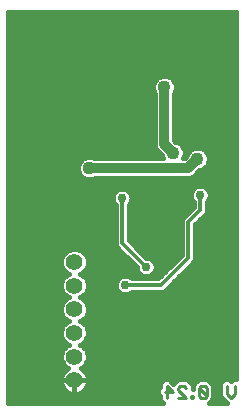
<source format=gbl>
G75*
G70*
%OFA0B0*%
%FSLAX24Y24*%
%IPPOS*%
%LPD*%
%AMOC8*
5,1,8,0,0,1.08239X$1,22.5*
%
%ADD10C,0.0100*%
%ADD11C,0.0555*%
%ADD12C,0.0160*%
%ADD13C,0.0300*%
%ADD14C,0.0120*%
%ADD15C,0.0436*%
%ADD16C,0.0320*%
D10*
X005391Y000730D02*
X005658Y000730D01*
X005458Y000930D01*
X005458Y000530D01*
X005852Y000530D02*
X006119Y000530D01*
X005852Y000797D01*
X005852Y000864D01*
X005918Y000930D01*
X006052Y000930D01*
X006119Y000864D01*
X006282Y000597D02*
X006282Y000530D01*
X006349Y000530D01*
X006349Y000597D01*
X006282Y000597D01*
X006542Y000597D02*
X006609Y000530D01*
X006742Y000530D01*
X006809Y000597D01*
X006542Y000864D01*
X006542Y000597D01*
X006542Y000864D02*
X006609Y000930D01*
X006742Y000930D01*
X006809Y000864D01*
X006809Y000597D01*
X007463Y000663D02*
X007463Y000930D01*
X007463Y000663D02*
X007597Y000530D01*
X007730Y000663D01*
X007730Y000930D01*
D11*
X002389Y001111D03*
X002389Y001899D03*
X002389Y002686D03*
X002389Y003474D03*
X002389Y004261D03*
X002389Y005049D03*
D12*
X000180Y000360D02*
X000180Y013396D01*
X007770Y013396D01*
X007770Y001140D01*
X007643Y001140D01*
X007597Y001094D01*
X007550Y001140D01*
X007376Y001140D01*
X007253Y001017D01*
X007253Y000576D01*
X007376Y000453D01*
X007470Y000360D01*
X006869Y000360D01*
X006896Y000387D01*
X007019Y000510D01*
X007019Y000684D01*
X007019Y000777D01*
X007019Y000951D01*
X006952Y001017D01*
X006829Y001140D01*
X006522Y001140D01*
X006455Y001074D01*
X006332Y000951D01*
X006332Y000807D01*
X006329Y000807D01*
X006329Y000951D01*
X006139Y001140D01*
X005831Y001140D01*
X005708Y001017D01*
X005688Y000997D01*
X005545Y001140D01*
X005371Y001140D01*
X005248Y001017D01*
X005248Y000884D01*
X005181Y000817D01*
X005181Y000643D01*
X005248Y000576D01*
X005248Y000443D01*
X005331Y000360D01*
X000180Y000360D01*
X000180Y000447D02*
X005248Y000447D01*
X005220Y000605D02*
X000180Y000605D01*
X000180Y000764D02*
X002090Y000764D01*
X002091Y000763D02*
X002149Y000720D01*
X002213Y000688D01*
X002282Y000665D01*
X002353Y000654D01*
X002389Y000654D01*
X002425Y000654D01*
X002496Y000665D01*
X002564Y000688D01*
X002628Y000720D01*
X002687Y000763D01*
X002738Y000813D01*
X002780Y000872D01*
X002813Y000936D01*
X002835Y001004D01*
X002846Y001075D01*
X002846Y001111D01*
X002389Y001111D01*
X002389Y000654D01*
X002389Y001111D01*
X002389Y001111D01*
X002389Y001112D01*
X002846Y001112D01*
X002846Y001148D01*
X002835Y001219D01*
X002813Y001287D01*
X002780Y001351D01*
X002738Y001410D01*
X002687Y001460D01*
X002628Y001503D01*
X002605Y001515D01*
X002636Y001528D01*
X002760Y001651D01*
X002826Y001812D01*
X002826Y001986D01*
X002760Y002147D01*
X002636Y002270D01*
X002581Y002293D01*
X002636Y002315D01*
X002760Y002438D01*
X002826Y002599D01*
X002826Y002773D01*
X002760Y002934D01*
X002636Y003057D01*
X002581Y003080D01*
X002636Y003103D01*
X002760Y003226D01*
X002826Y003387D01*
X002826Y003561D01*
X002760Y003722D01*
X002636Y003845D01*
X002581Y003867D01*
X002636Y003890D01*
X002760Y004013D01*
X002826Y004174D01*
X002826Y004348D01*
X002760Y004509D01*
X002636Y004632D01*
X002581Y004655D01*
X002636Y004678D01*
X002760Y004801D01*
X002826Y004961D01*
X002826Y005136D01*
X002760Y005296D01*
X002636Y005419D01*
X002476Y005486D01*
X002302Y005486D01*
X002141Y005419D01*
X002018Y005296D01*
X001951Y005136D01*
X001951Y004961D01*
X002018Y004801D01*
X002141Y004678D01*
X002196Y004655D01*
X002141Y004632D01*
X002018Y004509D01*
X001951Y004348D01*
X001951Y004174D01*
X002018Y004013D01*
X002141Y003890D01*
X002196Y003867D01*
X002141Y003845D01*
X002018Y003722D01*
X001951Y003561D01*
X001951Y003387D01*
X002018Y003226D01*
X002141Y003103D01*
X002196Y003080D01*
X002141Y003057D01*
X002018Y002934D01*
X001951Y002773D01*
X001951Y002599D01*
X002018Y002438D01*
X002141Y002315D01*
X002196Y002293D01*
X002141Y002270D01*
X002018Y002147D01*
X001951Y001986D01*
X001951Y001812D01*
X002018Y001651D01*
X002141Y001528D01*
X002173Y001515D01*
X002149Y001503D01*
X002091Y001460D01*
X002040Y001410D01*
X001997Y001351D01*
X001965Y001287D01*
X001942Y001219D01*
X001931Y001148D01*
X001931Y001112D01*
X002389Y001112D01*
X002389Y001111D01*
X001931Y001111D01*
X001931Y001075D01*
X001942Y001004D01*
X001965Y000936D01*
X001997Y000872D01*
X002040Y000813D01*
X002091Y000763D01*
X001972Y000922D02*
X000180Y000922D01*
X000180Y001081D02*
X001931Y001081D01*
X001949Y001239D02*
X000180Y001239D01*
X000180Y001398D02*
X002031Y001398D01*
X002113Y001556D02*
X000180Y001556D01*
X000180Y001715D02*
X001992Y001715D01*
X001951Y001873D02*
X000180Y001873D01*
X000180Y002032D02*
X001970Y002032D01*
X002061Y002190D02*
X000180Y002190D01*
X000180Y002349D02*
X002108Y002349D01*
X001989Y002507D02*
X000180Y002507D01*
X000180Y002666D02*
X001951Y002666D01*
X001972Y002824D02*
X000180Y002824D01*
X000180Y002983D02*
X002066Y002983D01*
X002103Y003141D02*
X000180Y003141D01*
X000180Y003300D02*
X001987Y003300D01*
X001951Y003458D02*
X000180Y003458D01*
X000180Y003617D02*
X001974Y003617D01*
X002071Y003775D02*
X000180Y003775D01*
X000180Y003934D02*
X002098Y003934D01*
X001985Y004092D02*
X000180Y004092D01*
X000180Y004251D02*
X001951Y004251D01*
X001976Y004409D02*
X000180Y004409D01*
X000180Y004568D02*
X002076Y004568D01*
X002092Y004726D02*
X000180Y004726D01*
X000180Y004885D02*
X001983Y004885D01*
X001951Y005043D02*
X000180Y005043D01*
X000180Y005202D02*
X001979Y005202D01*
X002081Y005360D02*
X000180Y005360D01*
X000180Y005519D02*
X003830Y005519D01*
X003889Y005460D02*
X004470Y004879D01*
X004470Y004818D01*
X004517Y004704D01*
X004604Y004617D01*
X004718Y004570D01*
X004842Y004570D01*
X004956Y004617D01*
X005043Y004704D01*
X005090Y004818D01*
X005090Y004942D01*
X005043Y005056D01*
X004956Y005143D01*
X004842Y005190D01*
X004781Y005190D01*
X004200Y005771D01*
X004200Y006962D01*
X004243Y007004D01*
X004290Y007118D01*
X004290Y007242D01*
X004243Y007356D01*
X004156Y007443D01*
X004042Y007490D01*
X003918Y007490D01*
X003804Y007443D01*
X003717Y007356D01*
X003670Y007242D01*
X003670Y007118D01*
X003717Y007004D01*
X003760Y006962D01*
X003760Y005589D01*
X003889Y005460D01*
X003989Y005360D02*
X002696Y005360D01*
X002799Y005202D02*
X004147Y005202D01*
X004306Y005043D02*
X002826Y005043D01*
X002794Y004885D02*
X004464Y004885D01*
X004508Y004726D02*
X002685Y004726D01*
X002701Y004568D02*
X003964Y004568D01*
X004018Y004590D02*
X003904Y004543D01*
X003817Y004456D01*
X003770Y004342D01*
X003770Y004218D01*
X003817Y004104D01*
X003904Y004017D01*
X004018Y003970D01*
X004142Y003970D01*
X004256Y004017D01*
X004298Y004060D01*
X005371Y004060D01*
X006271Y004960D01*
X006400Y005089D01*
X006400Y006289D01*
X006800Y006689D01*
X006800Y006871D01*
X006800Y007062D01*
X006843Y007104D01*
X006890Y007218D01*
X006890Y007342D01*
X006843Y007456D01*
X006756Y007543D01*
X006642Y007590D01*
X006518Y007590D01*
X006404Y007543D01*
X006317Y007456D01*
X006270Y007342D01*
X006270Y007218D01*
X006317Y007104D01*
X006360Y007062D01*
X006360Y006871D01*
X005960Y006471D01*
X005960Y005271D01*
X005189Y004500D01*
X004298Y004500D01*
X004256Y004543D01*
X004142Y004590D01*
X004018Y004590D01*
X004196Y004568D02*
X005256Y004568D01*
X005415Y004726D02*
X005052Y004726D01*
X005090Y004885D02*
X005573Y004885D01*
X005732Y005043D02*
X005048Y005043D01*
X004770Y005202D02*
X005890Y005202D01*
X005960Y005360D02*
X004611Y005360D01*
X004453Y005519D02*
X005960Y005519D01*
X005960Y005677D02*
X004294Y005677D01*
X004200Y005836D02*
X005960Y005836D01*
X005960Y005994D02*
X004200Y005994D01*
X004200Y006153D02*
X005960Y006153D01*
X005960Y006311D02*
X004200Y006311D01*
X004200Y006470D02*
X005960Y006470D01*
X006117Y006628D02*
X004200Y006628D01*
X004200Y006787D02*
X006275Y006787D01*
X006360Y006945D02*
X004200Y006945D01*
X004284Y007104D02*
X006318Y007104D01*
X006270Y007262D02*
X004282Y007262D01*
X004178Y007421D02*
X006303Y007421D01*
X006492Y007579D02*
X000180Y007579D01*
X000180Y007738D02*
X007770Y007738D01*
X007770Y007896D02*
X006331Y007896D01*
X006361Y007909D02*
X006244Y007860D01*
X003095Y007860D01*
X003094Y007859D01*
X002955Y007802D01*
X002805Y007802D01*
X002666Y007859D01*
X002559Y007966D01*
X002502Y008105D01*
X002502Y008255D01*
X002559Y008394D01*
X002666Y008501D01*
X002805Y008558D01*
X002955Y008558D01*
X003094Y008501D01*
X003095Y008500D01*
X005345Y008500D01*
X005302Y008605D01*
X005302Y008606D01*
X005199Y008709D01*
X005109Y008799D01*
X005060Y008916D01*
X005060Y010665D01*
X005059Y010666D01*
X005002Y010805D01*
X005002Y010955D01*
X005059Y011094D01*
X005166Y011201D01*
X005305Y011258D01*
X005455Y011258D01*
X005594Y011201D01*
X005701Y011094D01*
X005758Y010955D01*
X005758Y010805D01*
X005701Y010666D01*
X005700Y010665D01*
X005700Y009113D01*
X005754Y009058D01*
X005755Y009058D01*
X005894Y009001D01*
X006001Y008894D01*
X006058Y008755D01*
X006058Y008605D01*
X006015Y008500D01*
X006047Y008500D01*
X006102Y008554D01*
X006102Y008555D01*
X006159Y008694D01*
X006266Y008801D01*
X006405Y008858D01*
X006555Y008858D01*
X006694Y008801D01*
X006801Y008694D01*
X006858Y008555D01*
X006858Y008405D01*
X006801Y008266D01*
X006694Y008159D01*
X006555Y008102D01*
X006554Y008102D01*
X006361Y007909D01*
X006507Y008055D02*
X007770Y008055D01*
X007770Y008213D02*
X006748Y008213D01*
X006844Y008372D02*
X007770Y008372D01*
X007770Y008530D02*
X006858Y008530D01*
X006803Y008689D02*
X007770Y008689D01*
X007770Y008847D02*
X006582Y008847D01*
X006378Y008847D02*
X006020Y008847D01*
X006058Y008689D02*
X006157Y008689D01*
X006077Y008530D02*
X006027Y008530D01*
X005882Y009006D02*
X007770Y009006D01*
X007770Y009164D02*
X005700Y009164D01*
X005700Y009323D02*
X007770Y009323D01*
X007770Y009481D02*
X005700Y009481D01*
X005700Y009640D02*
X007770Y009640D01*
X007770Y009798D02*
X005700Y009798D01*
X005700Y009957D02*
X007770Y009957D01*
X007770Y010115D02*
X005700Y010115D01*
X005700Y010274D02*
X007770Y010274D01*
X007770Y010432D02*
X005700Y010432D01*
X005700Y010591D02*
X007770Y010591D01*
X007770Y010749D02*
X005735Y010749D01*
X005758Y010908D02*
X007770Y010908D01*
X007770Y011066D02*
X005712Y011066D01*
X005536Y011225D02*
X007770Y011225D01*
X007770Y011383D02*
X000180Y011383D01*
X000180Y011225D02*
X005224Y011225D01*
X005048Y011066D02*
X000180Y011066D01*
X000180Y010908D02*
X005002Y010908D01*
X005025Y010749D02*
X000180Y010749D01*
X000180Y010591D02*
X005060Y010591D01*
X005060Y010432D02*
X000180Y010432D01*
X000180Y010274D02*
X005060Y010274D01*
X005060Y010115D02*
X000180Y010115D01*
X000180Y009957D02*
X005060Y009957D01*
X005060Y009798D02*
X000180Y009798D01*
X000180Y009640D02*
X005060Y009640D01*
X005060Y009481D02*
X000180Y009481D01*
X000180Y009323D02*
X005060Y009323D01*
X005060Y009164D02*
X000180Y009164D01*
X000180Y009006D02*
X005060Y009006D01*
X005089Y008847D02*
X000180Y008847D01*
X000180Y008689D02*
X005219Y008689D01*
X005333Y008530D02*
X003023Y008530D01*
X002737Y008530D02*
X000180Y008530D01*
X000180Y008372D02*
X002550Y008372D01*
X002502Y008213D02*
X000180Y008213D01*
X000180Y008055D02*
X002523Y008055D01*
X002629Y007896D02*
X000180Y007896D01*
X000180Y007421D02*
X003782Y007421D01*
X003678Y007262D02*
X000180Y007262D01*
X000180Y007104D02*
X003676Y007104D01*
X003760Y006945D02*
X000180Y006945D01*
X000180Y006787D02*
X003760Y006787D01*
X003760Y006628D02*
X000180Y006628D01*
X000180Y006470D02*
X003760Y006470D01*
X003760Y006311D02*
X000180Y006311D01*
X000180Y006153D02*
X003760Y006153D01*
X003760Y005994D02*
X000180Y005994D01*
X000180Y005836D02*
X003760Y005836D01*
X003760Y005677D02*
X000180Y005677D01*
X002680Y003934D02*
X007770Y003934D01*
X007770Y004092D02*
X005403Y004092D01*
X005562Y004251D02*
X007770Y004251D01*
X007770Y004409D02*
X005720Y004409D01*
X005879Y004568D02*
X007770Y004568D01*
X007770Y004726D02*
X006037Y004726D01*
X006196Y004885D02*
X007770Y004885D01*
X007770Y005043D02*
X006354Y005043D01*
X006400Y005202D02*
X007770Y005202D01*
X007770Y005360D02*
X006400Y005360D01*
X006400Y005519D02*
X007770Y005519D01*
X007770Y005677D02*
X006400Y005677D01*
X006400Y005836D02*
X007770Y005836D01*
X007770Y005994D02*
X006400Y005994D01*
X006400Y006153D02*
X007770Y006153D01*
X007770Y006311D02*
X006422Y006311D01*
X006581Y006470D02*
X007770Y006470D01*
X007770Y006628D02*
X006739Y006628D01*
X006800Y006787D02*
X007770Y006787D01*
X007770Y006945D02*
X006800Y006945D01*
X006842Y007104D02*
X007770Y007104D01*
X007770Y007262D02*
X006890Y007262D01*
X006857Y007421D02*
X007770Y007421D01*
X007770Y007579D02*
X006668Y007579D01*
X007770Y003775D02*
X002706Y003775D01*
X002803Y003617D02*
X007770Y003617D01*
X007770Y003458D02*
X002826Y003458D01*
X002790Y003300D02*
X007770Y003300D01*
X007770Y003141D02*
X002675Y003141D01*
X002711Y002983D02*
X007770Y002983D01*
X007770Y002824D02*
X002805Y002824D01*
X002826Y002666D02*
X007770Y002666D01*
X007770Y002507D02*
X002788Y002507D01*
X002670Y002349D02*
X007770Y002349D01*
X007770Y002190D02*
X002716Y002190D01*
X002807Y002032D02*
X007770Y002032D01*
X007770Y001873D02*
X002826Y001873D01*
X002786Y001715D02*
X007770Y001715D01*
X007770Y001556D02*
X002664Y001556D01*
X002746Y001398D02*
X007770Y001398D01*
X007770Y001239D02*
X002828Y001239D01*
X002846Y001081D02*
X005311Y001081D01*
X005248Y000922D02*
X002806Y000922D01*
X002688Y000764D02*
X005181Y000764D01*
X005605Y001081D02*
X005772Y001081D01*
X006199Y001081D02*
X006462Y001081D01*
X006455Y001074D02*
X006455Y001074D01*
X006332Y000922D02*
X006329Y000922D01*
X006889Y001081D02*
X007316Y001081D01*
X007253Y000922D02*
X007019Y000922D01*
X007019Y000764D02*
X007253Y000764D01*
X007253Y000605D02*
X007019Y000605D01*
X006956Y000447D02*
X007383Y000447D01*
X003830Y004092D02*
X002792Y004092D01*
X002826Y004251D02*
X003770Y004251D01*
X003798Y004409D02*
X002801Y004409D01*
X002389Y001081D02*
X002389Y001081D01*
X002389Y000922D02*
X002389Y000922D01*
X002389Y000764D02*
X002389Y000764D01*
X000180Y011542D02*
X007770Y011542D01*
X007770Y011700D02*
X000180Y011700D01*
X000180Y011859D02*
X007770Y011859D01*
X007770Y012017D02*
X000180Y012017D01*
X000180Y012176D02*
X007770Y012176D01*
X007770Y012334D02*
X000180Y012334D01*
X000180Y012493D02*
X007770Y012493D01*
X007770Y012651D02*
X000180Y012651D01*
X000180Y012810D02*
X007770Y012810D01*
X007770Y012968D02*
X000180Y012968D01*
X000180Y013127D02*
X007770Y013127D01*
X007770Y013285D02*
X000180Y013285D01*
D13*
X003980Y007180D03*
X003280Y005280D03*
X004080Y004280D03*
X004780Y004880D03*
X006580Y007280D03*
D14*
X006580Y006780D01*
X006180Y006380D01*
X006180Y005180D01*
X005280Y004280D01*
X004080Y004280D01*
X004780Y004880D02*
X003980Y005680D01*
X003980Y007180D01*
D15*
X002880Y008180D03*
X005380Y010880D03*
X005680Y008680D03*
X006480Y008480D03*
D16*
X006180Y008180D01*
X002880Y008180D01*
X005380Y008980D02*
X005380Y010880D01*
X005380Y008980D02*
X005680Y008680D01*
M02*

</source>
